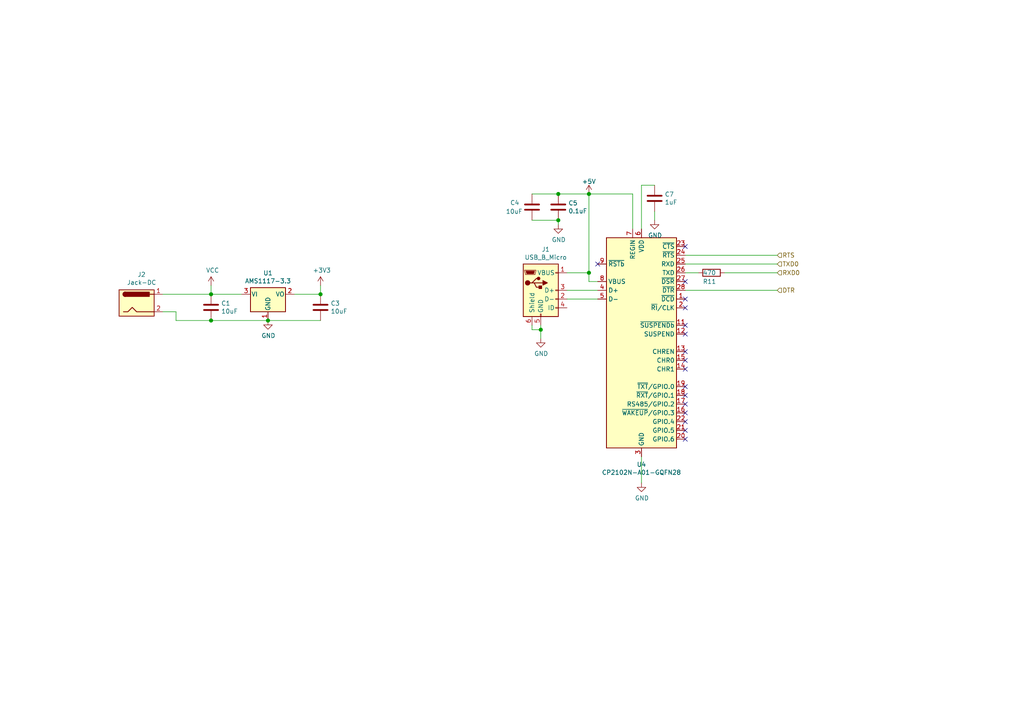
<source format=kicad_sch>
(kicad_sch (version 20210621) (generator eeschema)
  (paper "A4")
  (lib_symbols
    (symbol "Connector:Jack-DC" (pin_names (offset 1.016))
      (property "Reference" "J" (at 0 5.334 0))
      (property "Value" "Jack-DC" (at 0 -5.08 0))
      (symbol "Jack-DC_0_1"
        (arc (start -3.302 3.175) (end -3.302 1.905) (radius (at -3.302 2.54) (length 0.635) (angles 90.1 -90.1)) (stroke (width 0.254)))
        (arc (start -3.302 3.175) (end -3.302 1.905) (radius (at -3.302 2.54) (length 0.635) (angles 90.1 -90.1)) (stroke (width 0.254)) (fill (type outline)))
        (rectangle (start 3.683 3.175) (end -3.302 1.905) (stroke (width 0.254)) (fill (type outline)))
        (rectangle (start -5.08 3.81) (end 5.08 -3.81) (stroke (width 0.254)) (fill (type background)))
        (polyline (pts (xy 5.08 2.54) (xy 3.81 2.54)) (stroke (width 0.254)))
        (polyline (pts (xy -3.81 -2.54) (xy -2.54 -2.54) (xy -1.27 -1.27) (xy 0 -2.54) (xy 2.54 -2.54) (xy 5.08 -2.54)) (stroke (width 0.254)))
      )
      (symbol "Jack-DC_1_1"
        (pin passive line (at 7.62 2.54 180) (length 2.54) (name "~") (number "1"))
        (pin passive line (at 7.62 -2.54 180) (length 2.54) (name "~") (number "2"))
      )
    )
    (symbol "Device:C" (pin_numbers hide) (pin_names (offset 0.254))
      (property "Reference" "C" (at 0.635 2.54 0))
      (property "Value" "C" (at 0.635 -2.54 0))
      (symbol "C_0_1"
        (polyline (pts (xy -2.032 -0.762) (xy 2.032 -0.762)) (stroke (width 0.508)))
        (polyline (pts (xy -2.032 0.762) (xy 2.032 0.762)) (stroke (width 0.508)))
      )
      (symbol "C_1_1"
        (pin passive line (at 0 3.81 270) (length 2.794) (name "~") (number "1"))
        (pin passive line (at 0 -3.81 90) (length 2.794) (name "~") (number "2"))
      )
    )
    (symbol "Device:R" (pin_numbers hide) (pin_names (offset 0))
      (property "Reference" "R" (at 2.032 0 90))
      (property "Value" "R" (at 0 0 90))
      (symbol "R_0_1"
        (rectangle (start -1.016 -2.54) (end 1.016 2.54) (stroke (width 0.254)))
      )
      (symbol "R_1_1"
        (pin passive line (at 0 3.81 270) (length 1.27) (name "~") (number "1"))
        (pin passive line (at 0 -3.81 90) (length 1.27) (name "~") (number "2"))
      )
    )
    (symbol "Interface_USB:CP2102N-A01-GQFN28"
      (property "Reference" "U" (at -7.62 31.75 0))
      (property "Value" "CP2102N-A01-GQFN28" (at 26.67 31.75 0))
      (symbol "CP2102N-A01-GQFN28_0_1"
        (rectangle (start -10.16 30.48) (end 10.16 -30.48) (stroke (width 0.254)) (fill (type background)))
      )
      (symbol "CP2102N-A01-GQFN28_1_1"
        (pin input line (at 12.7 12.7 180) (length 2.54) (name "~{DCD}") (number "1"))
        (pin no_connect line (at -10.16 -10.16 0) (length 2.54) hide (name "NC") (number "10"))
        (pin output line (at 12.7 5.08 180) (length 2.54) (name "~{SUSPENDb}") (number "11"))
        (pin output line (at 12.7 2.54 180) (length 2.54) (name "SUSPEND") (number "12"))
        (pin output line (at 12.7 -2.54 180) (length 2.54) (name "CHREN") (number "13"))
        (pin output line (at 12.7 -7.62 180) (length 2.54) (name "CHR1") (number "14"))
        (pin output line (at 12.7 -5.08 180) (length 2.54) (name "CHR0") (number "15"))
        (pin bidirectional line (at 12.7 -20.32 180) (length 2.54) (name "~{WAKEUP}/GPIO.3") (number "16"))
        (pin bidirectional line (at 12.7 -17.78 180) (length 2.54) (name "RS485/GPIO.2") (number "17"))
        (pin bidirectional line (at 12.7 -15.24 180) (length 2.54) (name "~{RXT}/GPIO.1") (number "18"))
        (pin bidirectional line (at 12.7 -12.7 180) (length 2.54) (name "~{TXT}/GPIO.0") (number "19"))
        (pin bidirectional line (at 12.7 10.16 180) (length 2.54) (name "~{RI}/CLK") (number "2"))
        (pin bidirectional line (at 12.7 -27.94 180) (length 2.54) (name "GPIO.6") (number "20"))
        (pin bidirectional line (at 12.7 -25.4 180) (length 2.54) (name "GPIO.5") (number "21"))
        (pin bidirectional line (at 12.7 -22.86 180) (length 2.54) (name "GPIO.4") (number "22"))
        (pin input line (at 12.7 27.94 180) (length 2.54) (name "~{CTS}") (number "23"))
        (pin output line (at 12.7 25.4 180) (length 2.54) (name "~{RTS}") (number "24"))
        (pin input line (at 12.7 22.86 180) (length 2.54) (name "RXD") (number "25"))
        (pin output line (at 12.7 20.32 180) (length 2.54) (name "TXD") (number "26"))
        (pin input line (at 12.7 17.78 180) (length 2.54) (name "~{DSR}") (number "27"))
        (pin output line (at 12.7 15.24 180) (length 2.54) (name "~{DTR}") (number "28"))
        (pin passive line (at 0 -33.02 90) (length 2.54) hide (name "GND") (number "29"))
        (pin power_in line (at 0 -33.02 90) (length 2.54) (name "GND") (number "3"))
        (pin bidirectional line (at -12.7 15.24 0) (length 2.54) (name "D+") (number "4"))
        (pin bidirectional line (at -12.7 12.7 0) (length 2.54) (name "D-") (number "5"))
        (pin passive line (at 0 33.02 270) (length 2.54) (name "VDD") (number "6"))
        (pin power_in line (at -2.54 33.02 270) (length 2.54) (name "REGIN") (number "7"))
        (pin input line (at -12.7 17.78 0) (length 2.54) (name "VBUS") (number "8"))
        (pin input line (at -12.7 22.86 0) (length 2.54) (name "~{RSTb}") (number "9"))
      )
    )
    (symbol "Pr27-rescue:USB_B_Micro-Connector" (pin_names (offset 1.016))
      (property "Reference" "J" (at -5.08 11.43 0))
      (property "Value" "USB_B_Micro-Connector" (at -5.08 8.89 0))
      (symbol "USB_B_Micro-Connector_0_1"
        (circle (center -3.81 2.159) (radius 0.635) (stroke (width 0.254)) (fill (type outline)))
        (circle (center -0.635 3.429) (radius 0.381) (stroke (width 0.254)) (fill (type outline)))
        (rectangle (start -0.127 -7.62) (end 0.127 -6.858))
        (rectangle (start 5.08 -5.207) (end 4.318 -4.953))
        (rectangle (start 5.08 -2.667) (end 4.318 -2.413))
        (rectangle (start 5.08 -0.127) (end 4.318 0.127))
        (rectangle (start 5.08 4.953) (end 4.318 5.207))
        (rectangle (start 0.254 1.27) (end -0.508 0.508) (stroke (width 0.254)) (fill (type outline)))
        (rectangle (start -5.08 -7.62) (end 5.08 7.62) (stroke (width 0.254)) (fill (type background)))
        (polyline (pts (xy -1.905 2.159) (xy 0.635 2.159)) (stroke (width 0.254)))
        (polyline (pts (xy -3.175 2.159) (xy -2.54 2.159) (xy -1.27 3.429) (xy -0.635 3.429)) (stroke (width 0.254)))
        (polyline (pts (xy -2.54 2.159) (xy -1.905 2.159) (xy -1.27 0.889) (xy 0 0.889)) (stroke (width 0.254)))
        (polyline (pts (xy -4.699 5.842) (xy -4.699 5.588) (xy -4.445 4.826) (xy -4.445 4.572) (xy -1.651 4.572) (xy -1.651 4.826) (xy -1.397 5.588) (xy -1.397 5.842) (xy -4.699 5.842)))
        (polyline (pts (xy 0.635 2.794) (xy 0.635 1.524) (xy 1.905 2.159) (xy 0.635 2.794)) (stroke (width 0.254)) (fill (type outline)))
        (polyline (pts (xy -4.318 5.588) (xy -1.778 5.588) (xy -2.032 4.826) (xy -4.064 4.826) (xy -4.318 5.588)) (fill (type outline)))
      )
      (symbol "USB_B_Micro-Connector_1_1"
        (pin power_out line (at 7.62 5.08 180) (length 2.54) (name "VBUS") (number "1"))
        (pin passive line (at 7.62 -2.54 180) (length 2.54) (name "D-") (number "2"))
        (pin passive line (at 7.62 0 180) (length 2.54) (name "D+") (number "3"))
        (pin passive line (at 7.62 -5.08 180) (length 2.54) (name "ID") (number "4"))
        (pin power_out line (at 0 -10.16 90) (length 2.54) (name "GND") (number "5"))
        (pin passive line (at -2.54 -10.16 90) (length 2.54) (name "Shield") (number "6"))
      )
    )
    (symbol "Regulator_Linear:AMS1117-3.3" (pin_names (offset 0.254))
      (property "Reference" "U" (at -3.81 3.175 0))
      (property "Value" "AMS1117-3.3" (at 0 3.175 0))
      (symbol "AMS1117-3.3_0_1"
        (rectangle (start -5.08 -5.08) (end 5.08 1.905) (stroke (width 0.254)) (fill (type background)))
      )
      (symbol "AMS1117-3.3_1_1"
        (pin power_in line (at 0 -7.62 90) (length 2.54) (name "GND") (number "1"))
        (pin power_out line (at 7.62 0 180) (length 2.54) (name "VO") (number "2"))
        (pin power_in line (at -7.62 0 0) (length 2.54) (name "VI") (number "3"))
      )
    )
    (symbol "power:+3.3V" (power) (pin_names (offset 0))
      (property "Value" "+3.3V" (at 0 3.556 0))
      (symbol "+3.3V_0_1"
        (polyline (pts (xy -0.762 1.27) (xy 0 2.54)))
        (polyline (pts (xy 0 0) (xy 0 2.54)))
        (polyline (pts (xy 0 2.54) (xy 0.762 1.27)))
      )
      (symbol "+3.3V_1_1"
        (pin power_in line (at 0 0 90) (length 0) hide (name "+3V3") (number "1"))
      )
    )
    (symbol "power:+5V" (power) (pin_names (offset 0))
      (property "Value" "+5V" (at 0 3.556 0))
      (symbol "+5V_0_1"
        (polyline (pts (xy -0.762 1.27) (xy 0 2.54)))
        (polyline (pts (xy 0 0) (xy 0 2.54)))
        (polyline (pts (xy 0 2.54) (xy 0.762 1.27)))
      )
      (symbol "+5V_1_1"
        (pin power_in line (at 0 0 90) (length 0) hide (name "+5V") (number "1"))
      )
    )
    (symbol "power:GND" (power) (pin_names (offset 0))
      (property "Value" "GND" (at 0 -3.81 0))
      (symbol "GND_0_1"
        (polyline (pts (xy 0 0) (xy 0 -1.27) (xy 1.27 -1.27) (xy 0 -2.54) (xy -1.27 -1.27) (xy 0 -1.27)))
      )
      (symbol "GND_1_1"
        (pin power_in line (at 0 0 270) (length 0) hide (name "GND") (number "1"))
      )
    )
    (symbol "power:VCC" (power) (pin_names (offset 0))
      (property "Value" "VCC" (at 0 3.81 0))
      (symbol "VCC_0_1"
        (polyline (pts (xy -0.762 1.27) (xy 0 2.54)))
        (polyline (pts (xy 0 0) (xy 0 2.54)))
        (polyline (pts (xy 0 2.54) (xy 0.762 1.27)))
      )
      (symbol "VCC_1_1"
        (pin power_in line (at 0 0 90) (length 0) hide (name "VCC") (number "1"))
      )
    )
  )
  (junction (at 61.214 85.344) (diameter 1.016))
  (junction (at 61.214 92.964) (diameter 1.016))
  (junction (at 77.724 92.964) (diameter 1.016))
  (junction (at 92.964 85.344) (diameter 1.016))
  (junction (at 156.845 95.631) (diameter 1.016))
  (junction (at 161.925 56.261) (diameter 1.016))
  (junction (at 161.925 63.881) (diameter 1.016))
  (junction (at 170.815 56.261) (diameter 1.016))
  (junction (at 170.815 79.121) (diameter 1.016))
  (no_connect (at 173.355 76.581))
  (no_connect (at 198.755 71.501))
  (no_connect (at 198.755 81.661))
  (no_connect (at 198.755 86.741))
  (no_connect (at 198.755 89.281))
  (no_connect (at 198.755 94.361))
  (no_connect (at 198.755 96.901))
  (no_connect (at 198.755 101.981))
  (no_connect (at 198.755 104.521))
  (no_connect (at 198.755 107.061))
  (no_connect (at 198.755 112.141))
  (no_connect (at 198.755 114.681))
  (no_connect (at 198.755 117.221))
  (no_connect (at 198.755 119.761))
  (no_connect (at 198.755 122.301))
  (no_connect (at 198.755 124.841))
  (no_connect (at 198.755 127.381))
  (wire (pts (xy 47.244 85.344) (xy 61.214 85.344)))
  (wire (pts (xy 47.244 90.424) (xy 51.054 90.424)))
  (wire (pts (xy 51.054 90.424) (xy 51.054 92.964)))
  (wire (pts (xy 51.054 92.964) (xy 61.214 92.964)))
  (wire (pts (xy 61.214 85.344) (xy 61.214 82.804)))
  (wire (pts (xy 61.214 85.344) (xy 70.104 85.344)))
  (wire (pts (xy 77.724 92.964) (xy 61.214 92.964)))
  (wire (pts (xy 85.344 85.344) (xy 92.964 85.344)))
  (wire (pts (xy 92.964 82.804) (xy 92.964 85.344)))
  (wire (pts (xy 92.964 92.964) (xy 77.724 92.964)))
  (wire (pts (xy 154.305 56.261) (xy 161.925 56.261)))
  (wire (pts (xy 154.305 63.881) (xy 161.925 63.881)))
  (wire (pts (xy 154.305 94.361) (xy 154.305 95.631)))
  (wire (pts (xy 154.305 95.631) (xy 156.845 95.631)))
  (wire (pts (xy 156.845 94.361) (xy 156.845 95.631)))
  (wire (pts (xy 156.845 95.631) (xy 156.845 98.171)))
  (wire (pts (xy 161.925 56.261) (xy 170.815 56.261)))
  (wire (pts (xy 161.925 63.881) (xy 161.925 65.151)))
  (wire (pts (xy 164.465 79.121) (xy 170.815 79.121)))
  (wire (pts (xy 170.815 56.261) (xy 183.515 56.261)))
  (wire (pts (xy 170.815 79.121) (xy 170.815 56.261)))
  (wire (pts (xy 170.815 81.661) (xy 170.815 79.121)))
  (wire (pts (xy 170.815 81.661) (xy 173.355 81.661)))
  (wire (pts (xy 173.355 84.201) (xy 164.465 84.201)))
  (wire (pts (xy 173.355 86.741) (xy 164.465 86.741)))
  (wire (pts (xy 183.515 56.261) (xy 183.515 66.421)))
  (wire (pts (xy 186.055 53.721) (xy 189.865 53.721)))
  (wire (pts (xy 186.055 66.421) (xy 186.055 53.721)))
  (wire (pts (xy 186.055 140.081) (xy 186.055 132.461)))
  (wire (pts (xy 189.865 61.341) (xy 189.865 63.881)))
  (wire (pts (xy 198.755 74.041) (xy 225.425 74.041)))
  (wire (pts (xy 198.755 76.581) (xy 225.425 76.581)))
  (wire (pts (xy 198.755 79.121) (xy 202.565 79.121)))
  (wire (pts (xy 198.755 84.201) (xy 225.425 84.201)))
  (wire (pts (xy 210.185 79.121) (xy 225.425 79.121)))
  (text "${SHEETNAME}" (at 19.304 29.21 0) (effects (font (size 6 6) (thickness 1.2) bold) (justify left bottom)))
  (hierarchical_label "RTS" (shape input) (at 225.425 74.041 0))
  (hierarchical_label "TXD0" (shape input) (at 225.425 76.581 0))
  (hierarchical_label "RXD0" (shape input) (at 225.425 79.121 0))
  (hierarchical_label "DTR" (shape input) (at 225.425 84.201 0))
  (symbol (lib_id "power:VCC") (at 61.214 82.804 0) (unit 1)
    (property "Reference" "#PWR0109" (effects hide))
    (property "Value" "VCC" (at 61.6458 78.4098 0))
  )
  (symbol (lib_id "power:+3.3V") (at 92.964 82.804 0) (unit 1)
    (property "Reference" "#PWR0110" (effects hide))
    (property "Value" "+3.3V" (at 93.345 78.4098 0))
  )
  (symbol (lib_id "power:+5V") (at 170.815 56.261 0) (unit 1)
    (property "Reference" "#PWR0133" (effects hide))
    (property "Value" "+5V" (at 170.815 52.6564 0))
  )
  (symbol (lib_id "power:GND") (at 77.724 92.964 0) (unit 1)
    (property "Reference" "#PWR0111" (effects hide))
    (property "Value" "GND" (at 77.851 97.3582 0))
  )
  (symbol (lib_id "power:GND") (at 156.845 98.171 0) (unit 1)
    (property "Reference" "#PWR0115" (effects hide))
    (property "Value" "GND" (at 156.972 102.5652 0))
  )
  (symbol (lib_id "power:GND") (at 161.925 65.151 0) (unit 1)
    (property "Reference" "#PWR0114" (effects hide))
    (property "Value" "GND" (at 162.052 69.5452 0))
  )
  (symbol (lib_id "power:GND") (at 186.055 140.081 0) (unit 1)
    (property "Reference" "#PWR0113" (effects hide))
    (property "Value" "GND" (at 186.182 144.4752 0))
  )
  (symbol (lib_id "power:GND") (at 189.865 63.881 0) (unit 1)
    (property "Reference" "#PWR0112" (effects hide))
    (property "Value" "GND" (at 189.992 68.2752 0))
  )
  (symbol (lib_id "Device:R") (at 206.375 79.121 90) (unit 1)
    (property "Reference" "R11" (at 203.835 81.661 90) (effects (justify right)))
    (property "Value" "470" (at 203.835 79.121 90) (effects (justify right)))
    (property "Footprint" "Resistor_SMD:R_0805_2012Metric" (effects hide))
  )
  (symbol (lib_id "Device:C") (at 61.214 89.154 0) (unit 1)
    (property "Reference" "C1" (at 64.135 87.9856 0) (effects (justify left)))
    (property "Value" "10uF" (at 64.135 90.297 0) (effects (justify left)))
    (property "Footprint" "Capacitor_SMD:C_0805_2012Metric" (effects hide))
  )
  (symbol (lib_id "Device:C") (at 92.964 89.154 0) (unit 1)
    (property "Reference" "C3" (at 95.885 87.9856 0) (effects (justify left)))
    (property "Value" "10uF" (at 95.885 90.297 0) (effects (justify left)))
    (property "Footprint" "Capacitor_SMD:C_0805_2012Metric" (effects hide))
  )
  (symbol (lib_id "Device:C") (at 154.305 60.071 0) (unit 1)
    (property "Reference" "C4" (at 147.955 58.801 0) (effects (justify left)))
    (property "Value" "10uF" (at 146.685 61.341 0) (effects (justify left)))
    (property "Footprint" "Capacitor_SMD:C_0805_2012Metric" (effects hide))
  )
  (symbol (lib_id "Device:C") (at 161.925 60.071 0) (unit 1)
    (property "Reference" "C5" (at 164.846 58.9026 0) (effects (justify left)))
    (property "Value" "0.1uF" (at 164.846 61.214 0) (effects (justify left)))
    (property "Footprint" "Capacitor_SMD:C_0805_2012Metric" (effects hide))
  )
  (symbol (lib_id "Device:C") (at 189.865 57.531 0) (unit 1)
    (property "Reference" "C7" (at 192.786 56.3626 0) (effects (justify left)))
    (property "Value" "1uF" (at 192.786 58.674 0) (effects (justify left)))
    (property "Footprint" "Capacitor_SMD:C_0805_2012Metric" (effects hide))
  )
  (symbol (lib_id "Connector:Jack-DC") (at 39.624 87.884 0) (unit 1)
    (property "Reference" "J2" (at 41.0718 79.629 0))
    (property "Value" "Jack-DC" (at 41.0718 81.9404 0))
    (property "Footprint" "Connector_BarrelJack:BarrelJack_Wuerth_6941xx301002" (effects hide))
  )
  (symbol (lib_id "Regulator_Linear:AMS1117-3.3") (at 77.724 85.344 0) (unit 1)
    (property "Reference" "U1" (at 77.724 79.1972 0))
    (property "Value" "AMS1117-3.3" (at 77.724 81.5086 0))
    (property "Footprint" "Package_TO_SOT_SMD:SOT-223-3_TabPin2" (effects hide))
    (property "Datasheet" "http://www.advanced-monolithic.com/pdf/ds1117.pdf" (effects hide))
  )
  (symbol (lib_id "Pr27-rescue:USB_B_Micro-Connector") (at 156.845 84.201 0) (unit 1)
    (property "Reference" "J1" (at 158.2928 72.3392 0))
    (property "Value" "USB_B_Micro" (at 158.2928 74.6506 0))
    (property "Footprint" "Connector_USB:USB_Micro-B_Molex_47346-0001" (effects hide))
  )
  (symbol (lib_id "Interface_USB:CP2102N-A01-GQFN28") (at 186.055 99.441 0) (unit 1)
    (property "Reference" "U4" (at 186.055 134.7216 0))
    (property "Value" "CP2102N-A01-GQFN28" (at 186.055 137.033 0))
    (property "Footprint" "Package_DFN_QFN:QFN-28-1EP_5x5mm_P0.5mm_EP3.35x3.35mm" (effects hide))
    (property "Datasheet" "https://www.silabs.com/documents/public/data-sheets/cp2102n-datasheet.pdf" (effects hide))
  )
)
</source>
